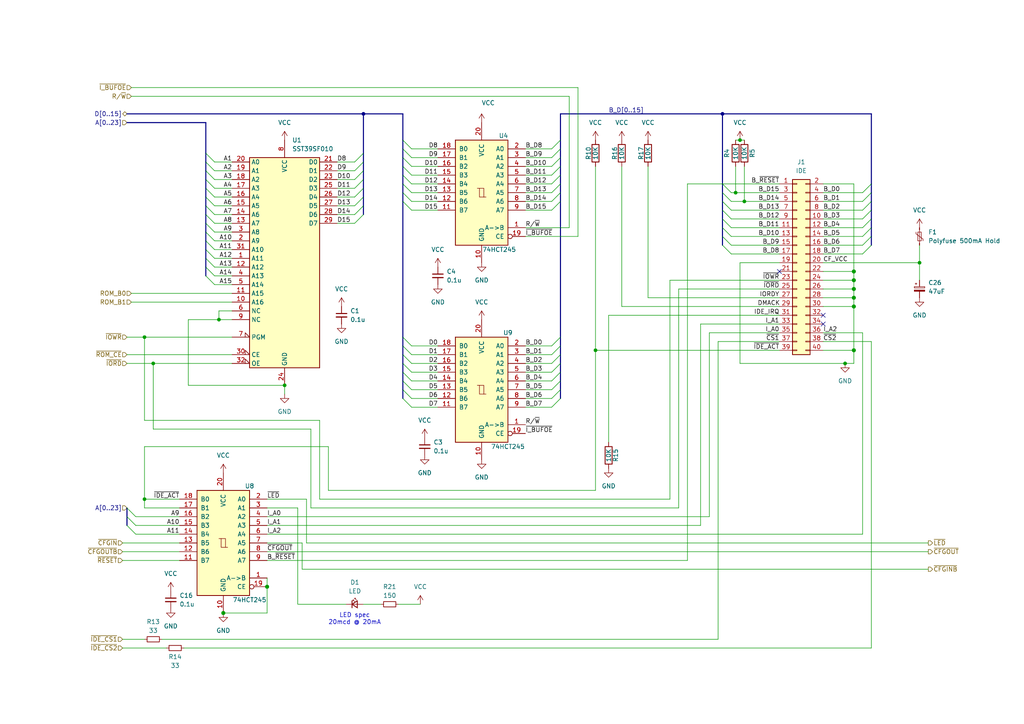
<source format=kicad_sch>
(kicad_sch (version 20231120) (generator "eeschema") (generator_version "8.0")
  (paper "A4")
  (lib_symbols
    (symbol "39SF010-TSOP:SST39SF010"
      (property "Reference" "U" (at 2.54 33.02 0))
      (property "Value" "SST39SF010" (at 0 -30.48 0))
      (symbol "SST39SF010_0_1"
        (rectangle (start -10.16 31.75) (end 10.16 -29.21) (stroke (width 0.254)) (fill (type background)))
      )
      (symbol "SST39SF010_1_1"
        (pin input line (at -15.24 2.54 0) (length 5.08) (name "A11") (number "1"))
        (pin input line (at -15.24 -10.16 0) (length 5.08) (name "A16") (number "10"))
        (pin input line (at -15.24 -7.62 0) (length 5.08) (name "A15") (number "11"))
        (pin input line (at -15.24 0 0) (length 5.08) (name "A12") (number "12"))
        (pin input line (at -15.24 12.7 0) (length 5.08) (name "A7") (number "13"))
        (pin input line (at -15.24 15.24 0) (length 5.08) (name "A6") (number "14"))
        (pin input line (at -15.24 17.78 0) (length 5.08) (name "A5") (number "15"))
        (pin input line (at -15.24 20.32 0) (length 5.08) (name "A4") (number "16"))
        (pin input line (at -15.24 22.86 0) (length 5.08) (name "A3") (number "17"))
        (pin input line (at -15.24 25.4 0) (length 5.08) (name "A2") (number "18"))
        (pin input line (at -15.24 27.94 0) (length 5.08) (name "A1") (number "19"))
        (pin input line (at -15.24 7.62 0) (length 5.08) (name "A9") (number "2"))
        (pin input line (at -15.24 30.48 0) (length 5.08) (name "A0") (number "20"))
        (pin tri_state line (at 15.24 30.48 180) (length 5.08) (name "D0") (number "21"))
        (pin tri_state line (at 15.24 27.94 180) (length 5.08) (name "D1") (number "22"))
        (pin tri_state line (at 15.24 25.4 180) (length 5.08) (name "D2") (number "23"))
        (pin power_in line (at 0 -34.29 90) (length 5.08) (name "GND") (number "24"))
        (pin tri_state line (at 15.24 22.86 180) (length 5.08) (name "D3") (number "25"))
        (pin tri_state line (at 15.24 20.32 180) (length 5.08) (name "D4") (number "26"))
        (pin tri_state line (at 15.24 17.78 180) (length 5.08) (name "D5") (number "27"))
        (pin tri_state line (at 15.24 15.24 180) (length 5.08) (name "D6") (number "28"))
        (pin tri_state line (at 15.24 12.7 180) (length 5.08) (name "D7") (number "29"))
        (pin input line (at -15.24 10.16 0) (length 5.08) (name "A8") (number "3"))
        (pin input input_low (at -15.24 -25.4 0) (length 5.08) (name "CE") (number "30"))
        (pin input line (at -15.24 5.08 0) (length 5.08) (name "A10") (number "31"))
        (pin input input_low (at -15.24 -27.94 0) (length 5.08) (name "OE") (number "32"))
        (pin input line (at -15.24 -2.54 0) (length 5.08) (name "A13") (number "4"))
        (pin input line (at -15.24 -5.08 0) (length 5.08) (name "A14") (number "5"))
        (pin input line (at -15.24 -12.7 0) (length 5.08) (name "NC") (number "6"))
        (pin input input_low (at -15.24 -20.32 0) (length 5.08) (name "PGM") (number "7"))
        (pin power_in line (at 0 36.83 270) (length 5.08) (name "VCC") (number "8"))
        (pin input line (at -15.24 -15.24 0) (length 5.08) (name "NC") (number "9"))
      )
    )
    (symbol "74xx:74HC245" (pin_names (offset 1.016))
      (property "Reference" "U" (at -7.62 16.51 0))
      (property "Value" "74HC245" (at -7.62 -16.51 0))
      (symbol "74HC245_1_0"
        (polyline (pts (xy -0.635 -1.27) (xy -0.635 1.27) (xy 0.635 1.27)))
        (polyline (pts (xy -1.27 -1.27) (xy 0.635 -1.27) (xy 0.635 1.27) (xy 1.27 1.27)))
        (pin input line (at -12.7 -10.16 0) (length 5.08) (name "A->B") (number "1"))
        (pin power_in line (at 0 -20.32 90) (length 5.08) (name "GND") (number "10"))
        (pin tri_state line (at 12.7 -5.08 180) (length 5.08) (name "B7") (number "11"))
        (pin tri_state line (at 12.7 -2.54 180) (length 5.08) (name "B6") (number "12"))
        (pin tri_state line (at 12.7 0 180) (length 5.08) (name "B5") (number "13"))
        (pin tri_state line (at 12.7 2.54 180) (length 5.08) (name "B4") (number "14"))
        (pin tri_state line (at 12.7 5.08 180) (length 5.08) (name "B3") (number "15"))
        (pin tri_state line (at 12.7 7.62 180) (length 5.08) (name "B2") (number "16"))
        (pin tri_state line (at 12.7 10.16 180) (length 5.08) (name "B1") (number "17"))
        (pin tri_state line (at 12.7 12.7 180) (length 5.08) (name "B0") (number "18"))
        (pin input inverted (at -12.7 -12.7 0) (length 5.08) (name "CE") (number "19"))
        (pin tri_state line (at -12.7 12.7 0) (length 5.08) (name "A0") (number "2"))
        (pin power_in line (at 0 20.32 270) (length 5.08) (name "VCC") (number "20"))
        (pin tri_state line (at -12.7 10.16 0) (length 5.08) (name "A1") (number "3"))
        (pin tri_state line (at -12.7 7.62 0) (length 5.08) (name "A2") (number "4"))
        (pin tri_state line (at -12.7 5.08 0) (length 5.08) (name "A3") (number "5"))
        (pin tri_state line (at -12.7 2.54 0) (length 5.08) (name "A4") (number "6"))
        (pin tri_state line (at -12.7 0 0) (length 5.08) (name "A5") (number "7"))
        (pin tri_state line (at -12.7 -2.54 0) (length 5.08) (name "A6") (number "8"))
        (pin tri_state line (at -12.7 -5.08 0) (length 5.08) (name "A7") (number "9"))
      )
      (symbol "74HC245_1_1"
        (rectangle (start -7.62 15.24) (end 7.62 -15.24) (stroke (width 0.254)) (fill (type background)))
      )
    )
    (symbol "Connector_Generic:Conn_02x20_Odd_Even" (pin_names (offset 1.016) hide)
      (property "Reference" "J" (at 1.27 25.4 0))
      (property "Value" "Conn_02x20_Odd_Even" (at 1.27 -27.94 0))
      (symbol "Conn_02x20_Odd_Even_1_1"
        (rectangle (start -1.27 -25.273) (end 0 -25.527) (stroke (width 0.1524)))
        (rectangle (start -1.27 -22.733) (end 0 -22.987) (stroke (width 0.1524)))
        (rectangle (start -1.27 -20.193) (end 0 -20.447) (stroke (width 0.1524)))
        (rectangle (start -1.27 -17.653) (end 0 -17.907) (stroke (width 0.1524)))
        (rectangle (start -1.27 -15.113) (end 0 -15.367) (stroke (width 0.1524)))
        (rectangle (start -1.27 -12.573) (end 0 -12.827) (stroke (width 0.1524)))
        (rectangle (start -1.27 -10.033) (end 0 -10.287) (stroke (width 0.1524)))
        (rectangle (start -1.27 -7.493) (end 0 -7.747) (stroke (width 0.1524)))
        (rectangle (start -1.27 -4.953) (end 0 -5.207) (stroke (width 0.1524)))
        (rectangle (start -1.27 -2.413) (end 0 -2.667) (stroke (width 0.1524)))
        (rectangle (start -1.27 0.127) (end 0 -0.127) (stroke (width 0.1524)))
        (rectangle (start -1.27 2.667) (end 0 2.413) (stroke (width 0.1524)))
        (rectangle (start -1.27 5.207) (end 0 4.953) (stroke (width 0.1524)))
        (rectangle (start -1.27 7.747) (end 0 7.493) (stroke (width 0.1524)))
        (rectangle (start -1.27 10.287) (end 0 10.033) (stroke (width 0.1524)))
        (rectangle (start -1.27 12.827) (end 0 12.573) (stroke (width 0.1524)))
        (rectangle (start -1.27 15.367) (end 0 15.113) (stroke (width 0.1524)))
        (rectangle (start -1.27 17.907) (end 0 17.653) (stroke (width 0.1524)))
        (rectangle (start -1.27 20.447) (end 0 20.193) (stroke (width 0.1524)))
        (rectangle (start -1.27 22.987) (end 0 22.733) (stroke (width 0.1524)))
        (rectangle (start -1.27 24.13) (end 3.81 -26.67) (stroke (width 0.254)) (fill (type background)))
        (rectangle (start 3.81 -25.273) (end 2.54 -25.527) (stroke (width 0.1524)))
        (rectangle (start 3.81 -22.733) (end 2.54 -22.987) (stroke (width 0.1524)))
        (rectangle (start 3.81 -20.193) (end 2.54 -20.447) (stroke (width 0.1524)))
        (rectangle (start 3.81 -17.653) (end 2.54 -17.907) (stroke (width 0.1524)))
        (rectangle (start 3.81 -15.113) (end 2.54 -15.367) (stroke (width 0.1524)))
        (rectangle (start 3.81 -12.573) (end 2.54 -12.827) (stroke (width 0.1524)))
        (rectangle (start 3.81 -10.033) (end 2.54 -10.287) (stroke (width 0.1524)))
        (rectangle (start 3.81 -7.493) (end 2.54 -7.747) (stroke (width 0.1524)))
        (rectangle (start 3.81 -4.953) (end 2.54 -5.207) (stroke (width 0.1524)))
        (rectangle (start 3.81 -2.413) (end 2.54 -2.667) (stroke (width 0.1524)))
        (rectangle (start 3.81 0.127) (end 2.54 -0.127) (stroke (width 0.1524)))
        (rectangle (start 3.81 2.667) (end 2.54 2.413) (stroke (width 0.1524)))
        (rectangle (start 3.81 5.207) (end 2.54 4.953) (stroke (width 0.1524)))
        (rectangle (start 3.81 7.747) (end 2.54 7.493) (stroke (width 0.1524)))
        (rectangle (start 3.81 10.287) (end 2.54 10.033) (stroke (width 0.1524)))
        (rectangle (start 3.81 12.827) (end 2.54 12.573) (stroke (width 0.1524)))
        (rectangle (start 3.81 15.367) (end 2.54 15.113) (stroke (width 0.1524)))
        (rectangle (start 3.81 17.907) (end 2.54 17.653) (stroke (width 0.1524)))
        (rectangle (start 3.81 20.447) (end 2.54 20.193) (stroke (width 0.1524)))
        (rectangle (start 3.81 22.987) (end 2.54 22.733) (stroke (width 0.1524)))
        (pin passive line (at -5.08 22.86 0) (length 3.81) (name "Pin_1") (number "1"))
        (pin passive line (at 7.62 12.7 180) (length 3.81) (name "Pin_10") (number "10"))
        (pin passive line (at -5.08 10.16 0) (length 3.81) (name "Pin_11") (number "11"))
        (pin passive line (at 7.62 10.16 180) (length 3.81) (name "Pin_12") (number "12"))
        (pin passive line (at -5.08 7.62 0) (length 3.81) (name "Pin_13") (number "13"))
        (pin passive line (at 7.62 7.62 180) (length 3.81) (name "Pin_14") (number "14"))
        (pin passive line (at -5.08 5.08 0) (length 3.81) (name "Pin_15") (number "15"))
        (pin passive line (at 7.62 5.08 180) (length 3.81) (name "Pin_16") (number "16"))
        (pin passive line (at -5.08 2.54 0) (length 3.81) (name "Pin_17") (number "17"))
        (pin passive line (at 7.62 2.54 180) (length 3.81) (name "Pin_18") (number "18"))
        (pin passive line (at -5.08 0 0) (length 3.81) (name "Pin_19") (number "19"))
        (pin passive line (at 7.62 22.86 180) (length 3.81) (name "Pin_2") (number "2"))
        (pin passive line (at 7.62 0 180) (length 3.81) (name "Pin_20") (number "20"))
        (pin passive line (at -5.08 -2.54 0) (length 3.81) (name "Pin_21") (number "21"))
        (pin passive line (at 7.62 -2.54 180) (length 3.81) (name "Pin_22") (number "22"))
        (pin passive line (at -5.08 -5.08 0) (length 3.81) (name "Pin_23") (number "23"))
        (pin passive line (at 7.62 -5.08 180) (length 3.81) (name "Pin_24") (number "24"))
        (pin passive line (at -5.08 -7.62 0) (length 3.81) (name "Pin_25") (number "25"))
        (pin passive line (at 7.62 -7.62 180) (length 3.81) (name "Pin_26") (number "26"))
        (pin passive line (at -5.08 -10.16 0) (length 3.81) (name "Pin_27") (number "27"))
        (pin passive line (at 7.62 -10.16 180) (length 3.81) (name "Pin_28") (number "28"))
        (pin passive line (at -5.08 -12.7 0) (length 3.81) (name "Pin_29") (number "29"))
        (pin passive line (at -5.08 20.32 0) (length 3.81) (name "Pin_3") (number "3"))
        (pin passive line (at 7.62 -12.7 180) (length 3.81) (name "Pin_30") (number "30"))
        (pin passive line (at -5.08 -15.24 0) (length 3.81) (name "Pin_31") (number "31"))
        (pin passive line (at 7.62 -15.24 180) (length 3.81) (name "Pin_32") (number "32"))
        (pin passive line (at -5.08 -17.78 0) (length 3.81) (name "Pin_33") (number "33"))
        (pin passive line (at 7.62 -17.78 180) (length 3.81) (name "Pin_34") (number "34"))
        (pin passive line (at -5.08 -20.32 0) (length 3.81) (name "Pin_35") (number "35"))
        (pin passive line (at 7.62 -20.32 180) (length 3.81) (name "Pin_36") (number "36"))
        (pin passive line (at -5.08 -22.86 0) (length 3.81) (name "Pin_37") (number "37"))
        (pin passive line (at 7.62 -22.86 180) (length 3.81) (name "Pin_38") (number "38"))
        (pin passive line (at -5.08 -25.4 0) (length 3.81) (name "Pin_39") (number "39"))
        (pin passive line (at 7.62 20.32 180) (length 3.81) (name "Pin_4") (number "4"))
        (pin passive line (at 7.62 -25.4 180) (length 3.81) (name "Pin_40") (number "40"))
        (pin passive line (at -5.08 17.78 0) (length 3.81) (name "Pin_5") (number "5"))
        (pin passive line (at 7.62 17.78 180) (length 3.81) (name "Pin_6") (number "6"))
        (pin passive line (at -5.08 15.24 0) (length 3.81) (name "Pin_7") (number "7"))
        (pin passive line (at 7.62 15.24 180) (length 3.81) (name "Pin_8") (number "8"))
        (pin passive line (at -5.08 12.7 0) (length 3.81) (name "Pin_9") (number "9"))
      )
    )
    (symbol "Device:C_Polarized_Small" (pin_numbers hide) (pin_names (offset 0.254) hide)
      (property "Reference" "C" (at 0.254 1.778 0))
      (property "Value" "C_Polarized_Small" (at 0.254 -2.032 0))
      (symbol "C_Polarized_Small_0_1"
        (rectangle (start -1.524 -0.3048) (end 1.524 -0.6858) (fill (type outline)))
        (rectangle (start -1.524 0.6858) (end 1.524 0.3048))
        (polyline (pts (xy -1.27 1.524) (xy -0.762 1.524)))
        (polyline (pts (xy -1.016 1.27) (xy -1.016 1.778)))
      )
      (symbol "C_Polarized_Small_1_1"
        (pin passive line (at 0 2.54 270) (length 1.8542) (name "~") (number "1"))
        (pin passive line (at 0 -2.54 90) (length 1.8542) (name "~") (number "2"))
      )
    )
    (symbol "Device:C_Small" (pin_numbers hide) (pin_names (offset 0.254) hide)
      (property "Reference" "C" (at 0.254 1.778 0))
      (property "Value" "C_Small" (at 0.254 -2.032 0))
      (symbol "C_Small_0_1"
        (polyline (pts (xy -1.524 -0.508) (xy 1.524 -0.508)) (stroke (width 0.3302)))
        (polyline (pts (xy -1.524 0.508) (xy 1.524 0.508)) (stroke (width 0.3048)))
      )
      (symbol "C_Small_1_1"
        (pin passive line (at 0 2.54 270) (length 2.032) (name "~") (number "1"))
        (pin passive line (at 0 -2.54 90) (length 2.032) (name "~") (number "2"))
      )
    )
    (symbol "Device:LED_Small" (pin_numbers hide) (pin_names (offset 0.254) hide)
      (property "Reference" "D" (at -1.27 3.175 0))
      (property "Value" "LED_Small" (at -4.445 -2.54 0))
      (symbol "LED_Small_0_1"
        (polyline (pts (xy -0.762 -1.016) (xy -0.762 1.016)) (stroke (width 0.254)))
        (polyline (pts (xy 1.016 0) (xy -0.762 0)))
        (polyline (pts (xy 0.762 -1.016) (xy -0.762 0) (xy 0.762 1.016) (xy 0.762 -1.016)) (stroke (width 0.254)))
        (polyline (pts (xy 0 0.762) (xy -0.508 1.27) (xy -0.254 1.27) (xy -0.508 1.27) (xy -0.508 1.016)))
        (polyline (pts (xy 0.508 1.27) (xy 0 1.778) (xy 0.254 1.778) (xy 0 1.778) (xy 0 1.524)))
      )
      (symbol "LED_Small_1_1"
        (pin passive line (at -2.54 0 0) (length 1.778) (name "K") (number "1"))
        (pin passive line (at 2.54 0 180) (length 1.778) (name "A") (number "2"))
      )
    )
    (symbol "Device:Polyfuse_Small" (pin_numbers hide) (pin_names (offset 0))
      (property "Reference" "F" (at -1.905 0 90))
      (property "Value" "Polyfuse_Small" (at 1.905 0 90))
      (symbol "Polyfuse_Small_0_1"
        (rectangle (start -0.508 1.27) (end 0.508 -1.27))
        (polyline (pts (xy 0 2.54) (xy 0 -2.54)))
        (polyline (pts (xy -1.016 1.27) (xy -1.016 0.762) (xy 1.016 -0.762) (xy 1.016 -1.27)))
      )
      (symbol "Polyfuse_Small_1_1"
        (pin passive line (at 0 2.54 270) (length 0.635) (name "~") (number "1"))
        (pin passive line (at 0 -2.54 90) (length 0.635) (name "~") (number "2"))
      )
    )
    (symbol "Device:R" (pin_numbers hide) (pin_names (offset 0))
      (property "Reference" "R" (at 2.032 0 90))
      (property "Value" "R" (at 0 0 90))
      (symbol "R_0_1"
        (rectangle (start -1.016 -2.54) (end 1.016 2.54) (stroke (width 0.254)))
      )
      (symbol "R_1_1"
        (pin passive line (at 0 3.81 270) (length 1.27) (name "~") (number "1"))
        (pin passive line (at 0 -3.81 90) (length 1.27) (name "~") (number "2"))
      )
    )
    (symbol "Device:R_Small" (pin_numbers hide) (pin_names (offset 0.254) hide)
      (property "Reference" "R" (at 0.762 0.508 0))
      (property "Value" "R_Small" (at 0.762 -1.016 0))
      (symbol "R_Small_0_1"
        (rectangle (start -0.762 1.778) (end 0.762 -1.778) (stroke (width 0.2032)))
      )
      (symbol "R_Small_1_1"
        (pin passive line (at 0 2.54 270) (length 0.762) (name "~") (number "1"))
        (pin passive line (at 0 -2.54 90) (length 0.762) (name "~") (number "2"))
      )
    )
    (symbol "power:GND" (power) (pin_names (offset 0))
      (property "Value" "GND" (at 0 -3.81 0))
      (symbol "GND_0_1"
        (polyline (pts (xy 0 0) (xy 0 -1.27) (xy 1.27 -1.27) (xy 0 -2.54) (xy -1.27 -1.27) (xy 0 -1.27)))
      )
      (symbol "GND_1_1"
        (pin power_in line (at 0 0 270) (length 0) hide (name "GND") (number "1"))
      )
    )
    (symbol "power:VCC" (power) (pin_names (offset 0))
      (property "Value" "VCC" (at 0 3.81 0))
      (symbol "VCC_0_1"
        (polyline (pts (xy -0.762 1.27) (xy 0 2.54)))
        (polyline (pts (xy 0 0) (xy 0 2.54)))
        (polyline (pts (xy 0 2.54) (xy 0.762 1.27)))
      )
      (symbol "VCC_1_1"
        (pin power_in line (at 0 0 90) (length 0) hide (name "VCC") (number "1"))
      )
    )
  )
  (junction (at 209.55 33.02))
  (junction (at 247.65 101.6) (diameter 1.016))
  (junction (at 247.65 88.9) (diameter 1.016))
  (junction (at 41.91 97.79))
  (junction (at 214.63 40.64))
  (junction (at 105.41 33.02))
  (junction (at 247.65 83.82) (diameter 1.016))
  (junction (at 82.55 111.76))
  (junction (at 41.91 144.78))
  (junction (at 247.65 81.28) (diameter 1.016))
  (junction (at 77.47 170.18) (diameter 1.016))
  (junction (at 266.7 76.2))
  (junction (at 63.5 92.71))
  (junction (at 64.77 177.8) (diameter 1.016))
  (junction (at 247.65 86.36) (diameter 1.016))
  (junction (at 44.45 105.41))
  (junction (at 245.11 105.41))
  (junction (at 172.72 101.6))
  (junction (at 213.36 55.88))
  (junction (at 215.9 58.42))
  (junction (at 247.65 78.74) (diameter 1.016))
  (no_connect (at 238.76 91.44))
  (no_connect (at 238.76 93.98))
  (no_connect (at 226.06 78.74))
  (bus_entry (at 116.84 113.03) (size 2.54 2.54))
  (bus_entry (at 116.84 53.34) (size 2.54 2.54))
  (bus_entry (at 116.84 105.41) (size 2.54 2.54))
  (bus_entry (at 59.69 62.23) (size 2.54 2.54))
  (bus_entry (at 160.02 48.26) (size 2.54 -2.54))
  (bus_entry (at 116.84 110.49) (size 2.54 2.54))
  (bus_entry (at 160.02 107.95) (size 2.54 -2.54))
  (bus_entry (at 59.69 46.99) (size 2.54 2.54))
  (bus_entry (at 160.02 102.87) (size 2.54 -2.54))
  (bus_entry (at 209.55 63.5) (size 2.54 2.54))
  (bus_entry (at 116.84 58.42) (size 2.54 2.54))
  (bus_entry (at 59.69 80.01) (size 2.54 2.54))
  (bus_entry (at 160.02 105.41) (size 2.54 -2.54))
  (bus_entry (at 105.41 54.61) (size -2.54 2.54))
  (bus_entry (at 59.69 72.39) (size 2.54 2.54))
  (bus_entry (at 59.69 77.47) (size 2.54 2.54))
  (bus_entry (at 116.84 48.26) (size 2.54 2.54))
  (bus_entry (at 160.02 113.03) (size 2.54 -2.54))
  (bus_entry (at 59.69 49.53) (size 2.54 2.54))
  (bus_entry (at 116.84 45.72) (size 2.54 2.54))
  (bus_entry (at 105.41 59.69) (size -2.54 2.54))
  (bus_entry (at 116.84 43.18) (size 2.54 2.54))
  (bus_entry (at 209.55 55.88) (size 2.54 2.54))
  (bus_entry (at 160.02 50.8) (size 2.54 -2.54))
  (bus_entry (at 116.84 100.33) (size 2.54 2.54))
  (bus_entry (at 105.41 62.23) (size -2.54 2.54))
  (bus_entry (at 116.84 97.79) (size 2.54 2.54))
  (bus_entry (at 160.02 115.57) (size 2.54 -2.54))
  (bus_entry (at 160.02 110.49) (size 2.54 -2.54))
  (bus_entry (at 160.02 58.42) (size 2.54 -2.54))
  (bus_entry (at 59.69 74.93) (size 2.54 2.54))
  (bus_entry (at 209.55 71.12) (size 2.54 2.54))
  (bus_entry (at 250.19 60.96) (size 2.54 -2.54))
  (bus_entry (at 250.19 68.58) (size 2.54 -2.54))
  (bus_entry (at 160.02 118.11) (size 2.54 -2.54))
  (bus_entry (at 250.19 73.66) (size 2.54 -2.54))
  (bus_entry (at 160.02 43.18) (size 2.54 -2.54))
  (bus_entry (at 116.84 55.88) (size 2.54 2.54))
  (bus_entry (at 160.02 53.34) (size 2.54 -2.54))
  (bus_entry (at 160.02 45.72) (size 2.54 -2.54))
  (bus_entry (at 105.41 49.53) (size -2.54 2.54))
  (bus_entry (at 160.02 55.88) (size 2.54 -2.54))
  (bus_entry (at 59.69 54.61) (size 2.54 2.54))
  (bus_entry (at 116.84 50.8) (size 2.54 2.54))
  (bus_entry (at 116.84 102.87) (size 2.54 2.54))
  (bus_entry (at 209.55 53.34) (size 2.54 2.54))
  (bus_entry (at 209.55 68.58) (size 2.54 2.54))
  (bus_entry (at 116.84 40.64) (size 2.54 2.54))
  (bus_entry (at 59.69 52.07) (size 2.54 2.54))
  (bus_entry (at 250.19 58.42) (size 2.54 -2.54))
  (bus_entry (at 160.02 100.33) (size 2.54 -2.54))
  (bus_entry (at 209.55 60.96) (size 2.54 2.54))
  (bus_entry (at 160.02 60.96) (size 2.54 -2.54))
  (bus_entry (at 59.69 57.15) (size 2.54 2.54))
  (bus_entry (at 105.41 44.45) (size -2.54 2.54))
  (bus_entry (at 36.83 152.4) (size 2.54 2.54))
  (bus_entry (at 250.19 63.5) (size 2.54 -2.54))
  (bus_entry (at 59.69 59.69) (size 2.54 2.54))
  (bus_entry (at 59.69 44.45) (size 2.54 2.54))
  (bus_entry (at 36.83 147.32) (size 2.54 2.54))
  (bus_entry (at 36.83 149.86) (size 2.54 2.54))
  (bus_entry (at 59.69 64.77) (size 2.54 2.54))
  (bus_entry (at 209.55 66.04) (size 2.54 2.54))
  (bus_entry (at 59.69 67.31) (size 2.54 2.54))
  (bus_entry (at 250.19 55.88) (size 2.54 -2.54))
  (bus_entry (at 116.84 115.57) (size 2.54 2.54))
  (bus_entry (at 59.69 69.85) (size 2.54 2.54))
  (bus_entry (at 105.41 57.15) (size -2.54 2.54))
  (bus_entry (at 105.41 52.07) (size -2.54 2.54))
  (bus_entry (at 250.19 66.04) (size 2.54 -2.54))
  (bus_entry (at 209.55 58.42) (size 2.54 2.54))
  (bus_entry (at 250.19 71.12) (size 2.54 -2.54))
  (bus_entry (at 116.84 107.95) (size 2.54 2.54))
  (bus_entry (at 105.41 46.99) (size -2.54 2.54))
  (bus (pts (xy 116.84 33.02) (xy 105.41 33.02)))
  (wire (pts (xy 152.4 100.33) (xy 160.02 100.33)))
  (bus (pts (xy 59.69 77.47) (xy 59.69 74.93)))
  (wire (pts (xy 62.23 72.39) (xy 67.31 72.39)))
  (wire (pts (xy 35.56 185.42) (xy 41.91 185.42)))
  (wire (pts (xy 212.09 63.5) (xy 226.06 63.5)))
  (bus (pts (xy 209.55 33.02) (xy 162.56 33.02)))
  (wire (pts (xy 238.76 71.12) (xy 250.19 71.12)))
  (wire (pts (xy 41.91 147.32) (xy 52.07 147.32)))
  (bus (pts (xy 59.69 64.77) (xy 59.69 62.23)))
  (bus (pts (xy 36.83 149.86) (xy 36.83 147.32)))
  (wire (pts (xy 41.91 121.92) (xy 41.91 97.79)))
  (wire (pts (xy 172.72 48.26) (xy 172.72 101.6)))
  (bus (pts (xy 209.55 60.96) (xy 209.55 58.42)))
  (wire (pts (xy 152.4 113.03) (xy 160.02 113.03)))
  (wire (pts (xy 119.38 45.72) (xy 127 45.72)))
  (wire (pts (xy 39.37 152.4) (xy 52.07 152.4)))
  (wire (pts (xy 152.4 43.18) (xy 160.02 43.18)))
  (wire (pts (xy 152.4 68.58) (xy 167.64 68.58)))
  (bus (pts (xy 162.56 97.79) (xy 162.56 58.42)))
  (wire (pts (xy 97.79 59.69) (xy 102.87 59.69)))
  (wire (pts (xy 247.65 53.34) (xy 247.65 78.74)))
  (wire (pts (xy 180.34 88.9) (xy 226.06 88.9)))
  (wire (pts (xy 215.9 48.26) (xy 215.9 58.42)))
  (bus (pts (xy 116.84 107.95) (xy 116.84 105.41)))
  (wire (pts (xy 97.79 54.61) (xy 102.87 54.61)))
  (wire (pts (xy 77.47 160.02) (xy 269.24 160.02)))
  (wire (pts (xy 199.39 53.34) (xy 199.39 162.56)))
  (bus (pts (xy 162.56 113.03) (xy 162.56 110.49)))
  (wire (pts (xy 44.45 105.41) (xy 44.45 124.46)))
  (bus (pts (xy 252.73 55.88) (xy 252.73 53.34)))
  (wire (pts (xy 77.47 154.94) (xy 250.19 154.94)))
  (wire (pts (xy 54.61 92.71) (xy 54.61 111.76)))
  (bus (pts (xy 252.73 53.34) (xy 252.73 33.02)))
  (bus (pts (xy 162.56 48.26) (xy 162.56 45.72)))
  (bus (pts (xy 209.55 68.58) (xy 209.55 66.04)))
  (wire (pts (xy 176.53 91.44) (xy 226.06 91.44)))
  (wire (pts (xy 90.17 124.46) (xy 90.17 147.32)))
  (wire (pts (xy 203.2 93.98) (xy 226.06 93.98)))
  (bus (pts (xy 162.56 45.72) (xy 162.56 43.18)))
  (wire (pts (xy 62.23 77.47) (xy 67.31 77.47)))
  (bus (pts (xy 116.84 55.88) (xy 116.84 53.34)))
  (wire (pts (xy 62.23 57.15) (xy 67.31 57.15)))
  (bus (pts (xy 105.41 46.99) (xy 105.41 44.45)))
  (bus (pts (xy 252.73 71.12) (xy 252.73 68.58)))
  (wire (pts (xy 38.1 27.94) (xy 165.1 27.94)))
  (wire (pts (xy 245.11 105.41) (xy 247.65 105.41)))
  (wire (pts (xy 119.38 100.33) (xy 127 100.33)))
  (bus (pts (xy 105.41 52.07) (xy 105.41 49.53)))
  (wire (pts (xy 88.9 144.78) (xy 88.9 157.48)))
  (bus (pts (xy 162.56 110.49) (xy 162.56 107.95)))
  (wire (pts (xy 247.65 86.36) (xy 247.65 83.82)))
  (wire (pts (xy 152.4 110.49) (xy 160.02 110.49)))
  (wire (pts (xy 119.38 105.41) (xy 127 105.41)))
  (wire (pts (xy 212.09 66.04) (xy 226.06 66.04)))
  (wire (pts (xy 35.56 160.02) (xy 52.07 160.02)))
  (wire (pts (xy 41.91 97.79) (xy 67.31 97.79)))
  (wire (pts (xy 119.38 53.34) (xy 127 53.34)))
  (wire (pts (xy 238.76 66.04) (xy 250.19 66.04)))
  (wire (pts (xy 238.76 81.28) (xy 247.65 81.28)))
  (bus (pts (xy 59.69 67.31) (xy 59.69 64.77)))
  (wire (pts (xy 194.31 144.78) (xy 194.31 81.28)))
  (wire (pts (xy 212.09 58.42) (xy 215.9 58.42)))
  (bus (pts (xy 162.56 107.95) (xy 162.56 105.41)))
  (wire (pts (xy 119.38 107.95) (xy 127 107.95)))
  (wire (pts (xy 187.96 48.26) (xy 187.96 86.36)))
  (bus (pts (xy 252.73 63.5) (xy 252.73 60.96)))
  (wire (pts (xy 152.4 118.11) (xy 160.02 118.11)))
  (wire (pts (xy 86.36 175.26) (xy 100.33 175.26)))
  (wire (pts (xy 176.53 128.27) (xy 176.53 91.44)))
  (wire (pts (xy 196.85 83.82) (xy 226.06 83.82)))
  (bus (pts (xy 252.73 58.42) (xy 252.73 55.88)))
  (wire (pts (xy 213.36 48.26) (xy 213.36 55.88)))
  (wire (pts (xy 247.65 78.74) (xy 238.76 78.74)))
  (wire (pts (xy 36.83 105.41) (xy 44.45 105.41)))
  (bus (pts (xy 105.41 49.53) (xy 105.41 46.99)))
  (bus (pts (xy 162.56 50.8) (xy 162.56 48.26)))
  (wire (pts (xy 41.91 129.54) (xy 95.25 129.54)))
  (wire (pts (xy 41.91 144.78) (xy 41.91 129.54)))
  (wire (pts (xy 62.23 80.01) (xy 67.31 80.01)))
  (bus (pts (xy 116.84 45.72) (xy 116.84 43.18)))
  (wire (pts (xy 214.63 40.64) (xy 215.9 40.64)))
  (wire (pts (xy 62.23 49.53) (xy 67.31 49.53)))
  (wire (pts (xy 38.1 25.4) (xy 167.64 25.4)))
  (wire (pts (xy 247.65 101.6) (xy 238.76 101.6)))
  (wire (pts (xy 119.38 102.87) (xy 127 102.87)))
  (wire (pts (xy 238.76 55.88) (xy 250.19 55.88)))
  (wire (pts (xy 39.37 149.86) (xy 52.07 149.86)))
  (wire (pts (xy 209.55 53.34) (xy 199.39 53.34)))
  (bus (pts (xy 36.83 35.56) (xy 59.69 35.56)))
  (wire (pts (xy 67.31 90.17) (xy 63.5 90.17)))
  (bus (pts (xy 116.84 115.57) (xy 116.84 113.03)))
  (wire (pts (xy 208.28 99.06) (xy 208.28 185.42)))
  (wire (pts (xy 90.17 147.32) (xy 196.85 147.32)))
  (wire (pts (xy 87.63 157.48) (xy 87.63 165.1)))
  (wire (pts (xy 97.79 46.99) (xy 102.87 46.99)))
  (bus (pts (xy 209.55 71.12) (xy 209.55 68.58)))
  (wire (pts (xy 152.4 50.8) (xy 160.02 50.8)))
  (bus (pts (xy 116.84 58.42) (xy 116.84 55.88)))
  (wire (pts (xy 88.9 157.48) (xy 269.24 157.48)))
  (bus (pts (xy 162.56 102.87) (xy 162.56 100.33)))
  (wire (pts (xy 212.09 55.88) (xy 213.36 55.88)))
  (wire (pts (xy 77.47 167.64) (xy 77.47 170.18)))
  (bus (pts (xy 116.84 110.49) (xy 116.84 107.95)))
  (wire (pts (xy 119.38 55.88) (xy 127 55.88)))
  (bus (pts (xy 59.69 57.15) (xy 59.69 54.61)))
  (wire (pts (xy 152.4 115.57) (xy 160.02 115.57)))
  (wire (pts (xy 212.09 68.58) (xy 226.06 68.58)))
  (bus (pts (xy 105.41 54.61) (xy 105.41 52.07)))
  (wire (pts (xy 35.56 157.48) (xy 52.07 157.48)))
  (bus (pts (xy 59.69 62.23) (xy 59.69 59.69)))
  (wire (pts (xy 36.83 97.79) (xy 41.91 97.79)))
  (wire (pts (xy 180.34 48.26) (xy 180.34 88.9)))
  (wire (pts (xy 35.56 162.56) (xy 52.07 162.56)))
  (wire (pts (xy 97.79 64.77) (xy 102.87 64.77)))
  (wire (pts (xy 194.31 81.28) (xy 226.06 81.28)))
  (wire (pts (xy 172.72 142.24) (xy 172.72 101.6)))
  (bus (pts (xy 162.56 58.42) (xy 162.56 55.88)))
  (wire (pts (xy 250.19 96.52) (xy 238.76 96.52)))
  (wire (pts (xy 63.5 92.71) (xy 67.31 92.71)))
  (wire (pts (xy 266.7 81.28) (xy 266.7 76.2)))
  (wire (pts (xy 62.23 64.77) (xy 67.31 64.77)))
  (wire (pts (xy 212.09 60.96) (xy 226.06 60.96)))
  (wire (pts (xy 62.23 46.99) (xy 67.31 46.99)))
  (wire (pts (xy 62.23 54.61) (xy 67.31 54.61)))
  (bus (pts (xy 162.56 40.64) (xy 162.56 33.02)))
  (wire (pts (xy 152.4 45.72) (xy 160.02 45.72)))
  (wire (pts (xy 63.5 92.71) (xy 54.61 92.71)))
  (wire (pts (xy 152.4 102.87) (xy 160.02 102.87)))
  (bus (pts (xy 209.55 58.42) (xy 209.55 55.88)))
  (wire (pts (xy 36.83 102.87) (xy 67.31 102.87)))
  (wire (pts (xy 247.65 81.28) (xy 247.65 78.74)))
  (wire (pts (xy 62.23 74.93) (xy 67.31 74.93)))
  (wire (pts (xy 252.73 99.06) (xy 252.73 187.96)))
  (wire (pts (xy 152.4 107.95) (xy 160.02 107.95)))
  (bus (pts (xy 105.41 57.15) (xy 105.41 54.61)))
  (bus (pts (xy 105.41 59.69) (xy 105.41 57.15)))
  (wire (pts (xy 62.23 62.23) (xy 67.31 62.23)))
  (bus (pts (xy 116.84 40.64) (xy 116.84 33.02)))
  (wire (pts (xy 119.38 58.42) (xy 127 58.42)))
  (wire (pts (xy 226.06 53.34) (xy 209.55 53.34)))
  (wire (pts (xy 62.23 82.55) (xy 67.31 82.55)))
  (wire (pts (xy 167.64 68.58) (xy 167.64 25.4)))
  (bus (pts (xy 116.84 102.87) (xy 116.84 100.33)))
  (wire (pts (xy 238.76 76.2) (xy 266.7 76.2)))
  (wire (pts (xy 212.09 71.12) (xy 226.06 71.12)))
  (wire (pts (xy 77.47 157.48) (xy 87.63 157.48)))
  (bus (pts (xy 162.56 105.41) (xy 162.56 102.87)))
  (bus (pts (xy 252.73 68.58) (xy 252.73 66.04)))
  (bus (pts (xy 116.84 50.8) (xy 116.84 48.26)))
  (bus (pts (xy 59.69 74.93) (xy 59.69 72.39)))
  (wire (pts (xy 119.38 50.8) (xy 127 50.8)))
  (wire (pts (xy 238.76 53.34) (xy 247.65 53.34)))
  (wire (pts (xy 205.74 149.86) (xy 205.74 96.52)))
  (wire (pts (xy 226.06 76.2) (xy 214.63 76.2)))
  (wire (pts (xy 105.41 175.26) (xy 110.49 175.26)))
  (wire (pts (xy 82.55 111.76) (xy 82.55 114.3)))
  (bus (pts (xy 252.73 66.04) (xy 252.73 63.5)))
  (bus (pts (xy 59.69 72.39) (xy 59.69 69.85)))
  (bus (pts (xy 59.69 69.85) (xy 59.69 67.31)))
  (wire (pts (xy 238.76 83.82) (xy 247.65 83.82)))
  (wire (pts (xy 115.57 175.26) (xy 121.92 175.26)))
  (wire (pts (xy 238.76 63.5) (xy 250.19 63.5)))
  (wire (pts (xy 215.9 58.42) (xy 226.06 58.42)))
  (bus (pts (xy 59.69 49.53) (xy 59.69 46.99)))
  (bus (pts (xy 116.84 48.26) (xy 116.84 45.72)))
  (wire (pts (xy 97.79 57.15) (xy 102.87 57.15)))
  (wire (pts (xy 52.07 144.78) (xy 41.91 144.78)))
  (wire (pts (xy 152.4 53.34) (xy 160.02 53.34)))
  (bus (pts (xy 209.55 53.34) (xy 209.55 33.02)))
  (wire (pts (xy 214.63 76.2) (xy 214.63 105.41)))
  (wire (pts (xy 266.7 71.12) (xy 266.7 76.2)))
  (bus (pts (xy 252.73 60.96) (xy 252.73 58.42)))
  (wire (pts (xy 97.79 62.23) (xy 102.87 62.23)))
  (wire (pts (xy 77.47 152.4) (xy 203.2 152.4)))
  (wire (pts (xy 247.65 83.82) (xy 247.65 81.28)))
  (wire (pts (xy 77.47 144.78) (xy 88.9 144.78)))
  (wire (pts (xy 35.56 187.96) (xy 48.26 187.96)))
  (bus (pts (xy 162.56 43.18) (xy 162.56 40.64)))
  (wire (pts (xy 152.4 60.96) (xy 160.02 60.96)))
  (wire (pts (xy 213.36 55.88) (xy 226.06 55.88)))
  (wire (pts (xy 41.91 121.92) (xy 92.71 121.92)))
  (bus (pts (xy 162.56 55.88) (xy 162.56 53.34)))
  (wire (pts (xy 250.19 154.94) (xy 250.19 96.52)))
  (wire (pts (xy 238.76 60.96) (xy 250.19 60.96)))
  (wire (pts (xy 62.23 59.69) (xy 67.31 59.69)))
  (wire (pts (xy 77.47 149.86) (xy 205.74 149.86)))
  (wire (pts (xy 187.96 86.36) (xy 226.06 86.36)))
  (bus (pts (xy 59.69 80.01) (xy 59.69 77.47)))
  (bus (pts (xy 36.83 33.02) (xy 105.41 33.02)))
  (wire (pts (xy 77.47 170.18) (xy 77.47 177.8)))
  (wire (pts (xy 238.76 86.36) (xy 247.65 86.36)))
  (wire (pts (xy 64.77 177.8) (xy 77.47 177.8)))
  (wire (pts (xy 97.79 49.53) (xy 102.87 49.53)))
  (bus (pts (xy 116.84 97.79) (xy 116.84 58.42)))
  (wire (pts (xy 119.38 113.03) (xy 127 113.03)))
  (wire (pts (xy 247.65 101.6) (xy 247.65 105.41)))
  (wire (pts (xy 87.63 165.1) (xy 269.24 165.1)))
  (wire (pts (xy 205.74 96.52) (xy 226.06 96.52)))
  (wire (pts (xy 226.06 99.06) (xy 208.28 99.06)))
  (wire (pts (xy 44.45 124.46) (xy 90.17 124.46)))
  (wire (pts (xy 77.47 147.32) (xy 86.36 147.32)))
  (wire (pts (xy 152.4 48.26) (xy 160.02 48.26)))
  (wire (pts (xy 212.09 73.66) (xy 226.06 73.66)))
  (wire (pts (xy 38.1 87.63) (xy 67.31 87.63)))
  (bus (pts (xy 105.41 44.45) (xy 105.41 33.02)))
  (wire (pts (xy 119.38 115.57) (xy 127 115.57)))
  (wire (pts (xy 54.61 111.76) (xy 82.55 111.76)))
  (bus (pts (xy 105.41 62.23) (xy 105.41 59.69)))
  (bus (pts (xy 59.69 54.61) (xy 59.69 52.07)))
  (bus (pts (xy 59.69 59.69) (xy 59.69 57.15)))
  (bus (pts (xy 162.56 53.34) (xy 162.56 50.8)))
  (wire (pts (xy 119.38 118.11) (xy 127 118.11)))
  (bus (pts (xy 209.55 63.5) (xy 209.55 60.96)))
  (wire (pts (xy 62.23 52.07) (xy 67.31 52.07)))
  (wire (pts (xy 238.76 88.9) (xy 247.65 88.9)))
  (wire (pts (xy 119.38 48.26) (xy 127 48.26)))
  (wire (pts (xy 238.76 68.58) (xy 250.19 68.58)))
  (wire (pts (xy 62.23 67.31) (xy 67.31 67.31)))
  (bus (pts (xy 116.84 43.18) (xy 116.84 40.64)))
  (wire (pts (xy 95.25 142.24) (xy 172.72 142.24)))
  (bus (pts (xy 59.69 52.07) (xy 59.69 49.53)))
  (wire (pts (xy 238.76 99.06) (xy 252.73 99.06)))
  (wire (pts (xy 46.99 185.42) (xy 208.28 185.42)))
  (bus (pts (xy 116.84 113.03) (xy 116.84 110.49)))
  (wire (pts (xy 38.1 85.09) (xy 67.31 85.09)))
  (wire (pts (xy 92.71 144.78) (xy 92.71 121.92)))
  (bus (pts (xy 209.55 66.04) (xy 209.55 63.5)))
  (bus (pts (xy 116.84 53.34) (xy 116.84 50.8)))
  (bus (pts (xy 116.84 105.41) (xy 116.84 102.87)))
  (wire (pts (xy 152.4 105.41) (xy 160.02 105.41)))
  (wire (pts (xy 86.36 147.32) (xy 86.36 175.26)))
  (wire (pts (xy 41.91 144.78) (xy 41.91 147.32)))
  (wire (pts (xy 53.34 187.96) (xy 252.73 187.96)))
  (wire (pts (xy 196.85 147.32) (xy 196.85 83.82)))
  (wire (pts (xy 238.76 58.42) (xy 250.19 58.42)))
  (wire (pts (xy 199.39 162.56) (xy 77.47 162.56)))
  (wire (pts (xy 95.25 129.54) (xy 95.25 142.24)))
  (bus (pts (xy 116.84 100.33) (xy 116.84 97.79)))
  (wire (pts (xy 172.72 101.6) (xy 226.06 101.6)))
  (bus (pts (xy 162.56 115.57) (xy 162.56 113.03)))
  (bus (pts (xy 36.83 152.4) (xy 36.83 149.86)))
  (wire (pts (xy 63.5 90.17) (xy 63.5 92.71)))
  (wire (pts (xy 213.36 40.64) (xy 214.63 40.64)))
  (wire (pts (xy 165.1 66.04) (xy 165.1 27.94)))
  (wire (pts (xy 238.76 73.66) (xy 250.19 73.66)))
  (wire (pts (xy 214.63 105.41) (xy 245.11 105.41)))
  (wire (pts (xy 119.38 60.96) (xy 127 60.96)))
  (wire (pts (xy 203.2 152.4) (xy 203.2 93.98)))
  (wire (pts (xy 247.65 88.9) (xy 247.65 101.6)))
  (bus (pts (xy 162.56 100.33) (xy 162.56 97.79)))
  (wire (pts (xy 119.38 110.49) (xy 127 110.49)))
  (wire (pts (xy 62.23 69.85) (xy 67.31 69.85)))
  (bus (pts (xy 209.55 55.88) (xy 209.55 53.34)))
  (bus (pts (xy 59.69 44.45) (xy 59.69 35.56)))
  (wire (pts (xy 194.31 144.78) (xy 92.71 144.78)))
  (wire (pts (xy 97.79 52.07) (xy 102.87 52.07)))
  (wire (pts (xy 119.38 43.18) (xy 127 43.18)))
  (wire (pts (xy 152.4 66.04) (xy 165.1 66.04)))
  (wire (pts (xy 44.45 105.41) (xy 67.31 105.41)))
  (wire (pts (xy 152.4 58.42) (xy 160.02 58.42)))
  (bus (pts (xy 252.73 33.02) (xy 209.55 33.02)))
  (bus (pts (xy 59.69 46.99) (xy 59.69 44.45)))
  (wire (pts (xy 39.37 154.94) (xy 52.07 154.94)))
  (wire (pts (xy 247.65 88.9) (xy 247.65 86.36)))
  (wire (pts (xy 152.4 55.88) (xy 160.02 55.88)))
  (text "LED spec\n20mcd @ 20mA" (at 102.87 179.578 0) (effects (font (size 1.27 1.27))))
  (label "B_D15" (at 226.06 55.88 180))
  (label "B_D15" (at 152.4 60.96 0))
  (label "D0" (at 127 100.33 180))
  (label "I_A0" (at 77.47 149.86 0))
  (label "D10" (at 127 48.26 180))
  (label "~{I_BUFOE}" (at 152.4 68.58 0))
  (label "B_D5" (at 152.4 113.03 0))
  (label "~{IORD}" (at 226.06 83.82 180))
  (label "A9" (at 67.31 67.31 180))
  (label "D1" (at 127 102.87 180))
  (label "B_D8" (at 226.06 73.66 180))
  (label "I_A1" (at 77.47 152.4 0))
  (label "A14" (at 67.31 80.01 180))
  (label "CF_VCC" (at 238.76 76.2 0))
  (label "A4" (at 67.31 54.61 180))
  (label "I_A2" (at 238.76 96.52 0))
  (label "D13" (at 97.79 59.69 0))
  (label "A2" (at 67.31 49.53 180))
  (label "D13" (at 127 55.88 180))
  (label "D2" (at 127 105.41 180))
  (label "~{LED}" (at 77.47 144.78 0))
  (label "B_D11" (at 152.4 50.8 0))
  (label "B_D6" (at 152.4 115.57 0))
  (label "D9" (at 127 45.72 180))
  (label "B_D3" (at 238.76 63.5 0))
  (label "D12" (at 127 53.34 180))
  (label "B_D10" (at 152.4 48.26 0))
  (label "A5" (at 67.31 57.15 180))
  (label "B_D10" (at 226.06 68.58 180))
  (label "B_D3" (at 152.4 107.95 0))
  (label "A12" (at 67.31 74.93 180))
  (label "B_D2" (at 152.4 105.41 0))
  (label "DMACK" (at 219.71 88.9 0))
  (label "I_A2" (at 77.47 154.94 0))
  (label "B_D11" (at 226.06 66.04 180))
  (label "B_D14" (at 226.06 58.42 180))
  (label "A13" (at 67.31 77.47 180))
  (label "A6" (at 67.31 59.69 180))
  (label "D11" (at 127 50.8 180))
  (label "~{I_BUFOE}" (at 152.4 125.73 0))
  (label "A11" (at 67.31 72.39 180))
  (label "D15" (at 97.79 64.77 0))
  (label "B_~{RESET}" (at 77.47 162.56 0))
  (label "A9" (at 52.07 149.86 180))
  (label "D14" (at 127 58.42 180))
  (label "IDE_IRQ" (at 226.06 91.44 180))
  (label "B_D0" (at 238.76 55.88 0))
  (label "D9" (at 97.79 49.53 0))
  (label "B_D12" (at 226.06 63.5 180))
  (label "I_A0" (at 226.06 96.52 180))
  (label "A3" (at 67.31 52.07 180))
  (label "B_D6" (at 238.76 71.12 0))
  (label "D4" (at 127 110.49 180))
  (label "A1" (at 67.31 46.99 180))
  (label "A11" (at 52.07 154.94 180))
  (label "D14" (at 97.79 62.23 0))
  (label "D12" (at 97.79 57.15 0))
  (label "~{IDE_ACT}" (at 226.06 101.6 180))
  (label "D8" (at 127 43.18 180))
  (label "B_D8" (at 152.4 43.18 0))
  (label "D15" (at 127 60.96 180))
  (label "B_D4" (at 238.76 66.04 0))
  (label "D5" (at 127 113.03 180))
  (label "B_D0" (at 152.4 100.33 0))
  (label "A15" (at 67.31 82.55 180))
  (label "B_D1" (at 152.4 102.87 0))
  (label "IORDY" (at 226.06 86.36 180))
  (label "B_D5" (at 238.76 68.58 0))
  (label "~{CS1}" (at 226.06 99.06 180))
  (label "~{CFGOUT}" (at 77.47 160.02 0))
  (label "A10" (at 52.07 152.4 180))
  (label "B_D13" (at 152.4 55.88 0))
  (label "B_D9" (at 226.06 71.12 180))
  (label "B_D9" (at 152.4 45.72 0))
  (label "R{slash}~{W}" (at 152.4 123.19 0))
  (label "D7" (at 127 118.11 180))
  (label "D10" (at 97.79 52.07 0))
  (label "D8" (at 97.79 46.99 0))
  (label "D6" (at 127 115.57 180))
  (label "B_D12" (at 152.4 53.34 0))
  (label "B_D14" (at 152.4 58.42 0))
  (label "B_D7" (at 238.76 73.66 0))
  (label "D3" (at 127 107.95 180))
  (label "A8" (at 67.31 64.77 180))
  (label "B_D4" (at 152.4 110.49 0))
  (label "~{IOWR}" (at 226.06 81.28 180))
  (label "B_D13" (at 226.06 60.96 180))
  (label "D11" (at 97.79 54.61 0))
  (label "~{IDE_ACT}" (at 52.07 144.78 180))
  (label "B_D1" (at 238.76 58.42 0))
  (label "R{slash}~{W}" (at 152.4 66.04 0))
  (label "B_D7" (at 152.4 118.11 0))
  (label "~{CS2}" (at 238.76 99.06 0))
  (label "B_D[0..15]" (at 176.53 33.02 0))
  (label "I_A1" (at 226.06 93.98 180))
  (label "B_D2" (at 238.76 60.96 0))
  (label "A10" (at 67.31 69.85 180))
  (label "B_~{RESET}" (at 226.06 53.34 180))
  (label "A7" (at 67.31 62.23 180))
  (hierarchical_label "~{ROM_CE}" (shape input) (at 36.83 102.87 180))
  (hierarchical_label "~{I_BUFOE}" (shape input) (at 38.1 25.4 180))
  (hierarchical_label "ROM_B1" (shape input) (at 38.1 87.63 180))
  (hierarchical_label "R{slash}~{W}" (shape input) (at 38.1 27.94 180))
  (hierarchical_label "~{CFGOUT}" (shape output) (at 269.24 160.02 0))
  (hierarchical_label "~{IDE_CS2}" (shape input) (at 35.56 187.96 180))
  (hierarchical_label "~{LED}" (shape output) (at 269.24 157.48 0))
  (hierarchical_label "~{IDE_CS1}" (shape input) (at 35.56 185.42 180))
  (hierarchical_label "~{IORD}" (shape input) (at 36.83 105.41 180))
  (hierarchical_label "A[0..23]" (shape input) (at 36.83 147.32 180))
  (hierarchical_label "~{CFGINB}" (shape output) (at 269.24 165.1 0))
  (hierarchical_label "D[0..15]" (shape bidirectional) (at 36.83 33.02 180))
  (hierarchical_label "A[0..23]" (shape input) (at 36.83 35.56 180))
  (hierarchical_label "~{IOWR}" (shape input) (at 36.83 97.79 180))
  (hierarchical_label "ROM_B0" (shape input) (at 38.1 85.09 180))
  (hierarchical_label "~{CFGIN}" (shape input) (at 35.56 157.48 180))
  (hierarchical_label "~{CFGOUTB}" (shape input) (at 35.56 160.02 180))
  (hierarchical_label "~{RESET}" (shape input) (at 35.56 162.56 180))
  (symbol (lib_id "power:GND") (at 139.7 133.35 0) (unit 1)
    (property "Reference" "#PWR037" (effects (hide yes)))
    (property "Value" "GND" (at 139.7 138.43 0))
  )
  (symbol (lib_id "power:VCC") (at 214.63 40.64 0) (unit 1)
    (property "Reference" "#PWR039" (effects (hide yes)))
    (property "Value" "VCC" (at 214.63 35.56 0))
  )
  (symbol (lib_id "Device:C_Small") (at 99.06 91.44 0) (unit 1)
    (property "Reference" "C1" (at 101.6 90.1699 0) (effects (justify left)))
    (property "Value" "0.1u" (at 101.6 92.7099 0) (effects (justify left)))
    (property "Footprint" "Capacitor_SMD:C_0603_1608Metric" (effects (hide yes)))
    (property "LCSC #" "C14663" (effects (hide yes)))
    (property "Mouser #" "80-C603C104K5RAC3121" (effects (hide yes)))
  )
  (symbol (lib_id "Device:R") (at 176.53 132.08 0) (unit 1)
    (property "Reference" "R15" (at 178.562 132.08 90))
    (property "Value" "10K" (at 176.53 132.08 90))
    (property "Footprint" "Resistor_SMD:R_0603_1608Metric" (effects (hide yes)))
    (property "LCSC #" "C25804" (effects (hide yes)))
    (property "Mouser #" "279-CRGH0603J10K" (effects (hide yes)))
  )
  (symbol (lib_id "power:GND") (at 127 82.55 0) (unit 1)
    (property "Reference" "#PWR031" (effects (hide yes)))
    (property "Value" "GND" (at 127 87.63 0))
  )
  (symbol (lib_id "Device:R_Small") (at 50.8 187.96 270) (mirror x) (unit 1)
    (property "Reference" "R14" (at 50.8 190.5 90))
    (property "Value" "33" (at 50.8 193.04 90))
    (property "Footprint" "Resistor_SMD:R_0603_1608Metric" (effects (hide yes)))
    (property "Description" "Resistor, small symbol" (effects (hide yes)))
    (property "LCSC #" "C23140" (effects (hide yes)))
    (property "Mouser #" "279-CRG0603F33R" (effects (hide yes)))
  )
  (symbol (lib_id "Device:Polyfuse_Small") (at 266.7 68.58 0) (unit 1)
    (property "Reference" "F1" (at 269.24 67.3099 0) (effects (justify left)))
    (property "Value" "Polyfuse 500mA Hold" (at 269.24 69.8499 0) (effects (justify left)))
    (property "Footprint" "Fuse:Fuse_1206_3216Metric_Pad1.42x1.75mm_HandSolder" (effects (hide yes)))
    (property "Mouser #" "576-1206L110-16WR" (effects (hide yes)))
  )
  (symbol (lib_id "power:VCC") (at 123.19 127 0) (unit 1)
    (property "Reference" "#PWR032" (effects (hide yes)))
    (property "Value" "VCC" (at 123.19 121.92 0))
  )
  (symbol (lib_id "power:GND") (at 123.19 132.08 0) (unit 1)
    (property "Reference" "#PWR033" (effects (hide yes)))
    (property "Value" "GND" (at 123.19 137.16 0))
  )
  (symbol (lib_id "74xx:74HC245") (at 139.7 113.03 0) (mirror y) (unit 1)
    (property "Reference" "U9" (at 147.32 96.52 0))
    (property "Value" "74HCT245" (at 147.32 129.54 0))
    (property "Footprint" "Package_SO:TSSOP-20_4.4x6.5mm_P0.65mm" (effects (hide yes)))
    (property "Datasheet" "http://www.ti.com/lit/gpn/sn74HC245" (effects (hide yes)))
    (property "LCSC #" "C6779" (effects (hide yes)))
    (property "Mouser #" "595-SN74HCT245PWR" (effects (hide yes)))
  )
  (symbol (lib_id "Device:R") (at 180.34 44.45 180) (unit 1)
    (property "Reference" "R16" (at 178.308 44.45 90))
    (property "Value" "10K" (at 180.34 44.45 90))
    (property "Footprint" "Resistor_SMD:R_0603_1608Metric" (effects (hide yes)))
    (property "LCSC #" "C25804" (effects (hide yes)))
    (property "Mouser #" "279-CRGH0603J10K" (effects (hide yes)))
  )
  (symbol (lib_id "Connector_Generic:Conn_02x20_Odd_Even") (at 231.14 76.2 0) (unit 1)
    (property "Reference" "J1" (at 232.41 46.99 0))
    (property "Value" "IDE" (at 232.41 49.53 0))
    (property "Footprint" "Connector_IDC:IDC-Header_2x20_P2.54mm_Vertical" (effects (hide yes)))
    (property "Mouser #" "737-BHR-40-VUA" (effects (hide yes)))
  )
  (symbol (lib_id "power:VCC") (at 266.7 66.04 0) (unit 1)
    (property "Reference" "#PWR044" (effects (hide yes)))
    (property "Value" "VCC" (at 266.7 60.96 0))
  )
  (symbol (lib_id "Device:C_Small") (at 123.19 129.54 0) (unit 1)
    (property "Reference" "C3" (at 125.73 128.2699 0) (effects (justify left)))
    (property "Value" "0.1u" (at 125.73 130.8099 0) (effects (justify left)))
    (property "Footprint" "Capacitor_SMD:C_0603_1608Metric" (effects (hide yes)))
    (property "LCSC #" "C14663" (effects (hide yes)))
    (property "Mouser #" "80-C603C104K5RAC3121" (effects (hide yes)))
  )
  (symbol (lib_id "power:VCC") (at 172.72 40.64 0) (unit 1)
    (property "Reference" "#PWR038" (effects (hide yes)))
    (property "Value" "VCC" (at 172.72 35.56 0))
  )
  (symbol (lib_id "74xx:74HC245") (at 139.7 55.88 0) (mirror y) (unit 1)
    (property "Reference" "U4" (at 146.05 39.37 0))
    (property "Value" "74HCT245" (at 144.78 72.39 0))
    (property "Footprint" "Package_SO:TSSOP-20_4.4x6.5mm_P0.65mm" (effects (hide yes)))
    (property "Datasheet" "http://www.ti.com/lit/gpn/sn74HC245" (effects (hide yes)))
    (property "LCSC #" "C6779" (effects (hide yes)))
    (property "Mouser #" "595-SN74HCT245PWR" (effects (hide yes)))
  )
  (symbol (lib_id "power:VCC") (at 139.7 35.56 0) (unit 1)
    (property "Reference" "#PWR034" (effects (hide yes)))
    (property "Value" "VCC" (at 141.605 29.845 0))
  )
  (symbol (lib_id "Device:R_Small") (at 44.45 185.42 270) (mirror x) (unit 1)
    (property "Reference" "R13" (at 44.45 180.34 90))
    (property "Value" "33" (at 44.45 182.88 90))
    (property "Footprint" "Resistor_SMD:R_0603_1608Metric" (effects (hide yes)))
    (property "Description" "Resistor, small symbol" (effects (hide yes)))
    (property "LCSC #" "C23140" (effects (hide yes)))
    (property "Mouser #" "279-CRG0603F33R" (effects (hide yes)))
  )
  (symbol (lib_id "power:GND") (at 82.55 114.3 0) (unit 1)
    (property "Reference" "#PWR029" (effects (hide yes)))
    (property "Value" "GND" (at 82.55 119.38 0))
  )
  (symbol (lib_id "power:GND") (at 99.06 93.98 0) (unit 1)
    (property "Reference" "#PWR025" (effects (hide yes)))
    (property "Value" "GND" (at 99.06 99.06 0))
  )
  (symbol (lib_id "power:VCC") (at 127 77.47 0) (unit 1)
    (property "Reference" "#PWR030" (effects (hide yes)))
    (property "Value" "VCC" (at 127 72.39 0))
  )
  (symbol (lib_id "power:GND") (at 266.7 86.36 0) (unit 1)
    (property "Reference" "#PWR06" (effects (hide yes)))
    (property "Value" "GND" (at 266.7 91.44 0))
  )
  (symbol (lib_id "power:VCC") (at 139.7 92.71 0) (unit 1)
    (property "Reference" "#PWR036" (effects (hide yes)))
    (property "Value" "VCC" (at 139.7 87.63 0))
  )
  (symbol (lib_id "power:VCC") (at 82.55 40.64 0) (unit 1)
    (property "Reference" "#PWR028" (effects (hide yes)))
    (property "Value" "VCC" (at 82.55 35.56 0))
  )
  (symbol (lib_id "power:GND") (at 64.77 177.8 0) (unit 1)
    (property "Reference" "#PWR027" (effects (hide yes)))
    (property "Value" "GND" (at 64.77 182.88 0))
  )
  (symbol (lib_id "power:VCC") (at 64.77 137.16 0) (unit 1)
    (property "Reference" "#PWR026" (effects (hide yes)))
    (property "Value" "VCC" (at 64.77 132.08 0))
  )
  (symbol (lib_id "power:GND") (at 139.7 76.2 0) (unit 1)
    (property "Reference" "#PWR035" (effects (hide yes)))
    (property "Value" "GND" (at 139.7 81.28 0))
  )
  (symbol (lib_id "Device:R_Small") (at 113.03 175.26 90) (unit 1)
    (property "Reference" "R21" (at 113.03 170.18 90))
    (property "Value" "150" (at 113.03 172.72 90))
    (property "Footprint" "Resistor_SMD:R_0603_1608Metric" (effects (hide yes)))
    (property "Description" "Resistor, small symbol" (effects (hide yes)))
    (property "LCSC #" "C22808" (effects (hide yes)))
    (property "Mouser #" "279-CRGP0603F150R" (effects (hide yes)))
  )
  (symbol (lib_id "power:VCC") (at 99.06 88.9 0) (unit 1)
    (property "Reference" "#PWR017" (effects (hide yes)))
    (property "Value" "VCC" (at 99.06 83.82 0))
  )
  (symbol (lib_id "Device:C_Small") (at 127 80.01 0) (unit 1)
    (property "Reference" "C4" (at 129.54 78.7462 0) (effects (justify left)))
    (property "Value" "0.1u" (at 129.54 81.2862 0) (effects (justify left)))
    (property "Footprint" "Capacitor_SMD:C_0603_1608Metric" (effects (hide yes)))
    (property "LCSC #" "C14663" (effects (hide yes)))
    (property "Mouser #" "80-C603C104K5RAC3121" (effects (hide yes)))
  )
  (symbol (lib_id "Device:R") (at 172.72 44.45 180) (unit 1)
    (property "Reference" "R10" (at 170.688 44.45 90))
    (property "Value" "10K" (at 172.72 44.45 90))
    (property "Footprint" "Resistor_SMD:R_0603_1608Metric" (effects (hide yes)))
    (property "LCSC #" "C25804" (effects (hide yes)))
    (property "Mouser #" "279-CRGH0603J10K" (effects (hide yes)))
  )
  (symbol (lib_id "power:GND") (at 245.11 105.41 0) (unit 1)
    (property "Reference" "#PWR043" (effects (hide yes)))
    (property "Value" "GND" (at 245.11 110.49 0))
  )
  (symbol (lib_id "Device:C_Small") (at 49.53 173.99 0) (unit 1)
    (property "Reference" "C16" (at 52.07 172.7199 0) (effects (justify left)))
    (property "Value" "0.1u" (at 52.07 175.2599 0) (effects (justify left)))
    (property "Footprint" "Capacitor_SMD:C_0603_1608Metric" (effects (hide yes)))
    (property "LCSC #" "C14663" (effects (hide yes)))
    (property "Mouser #" "80-C603C104K5RAC3121" (effects (hide yes)))
  )
  (symbol (lib_id "39SF010-TSOP:SST39SF010") (at 82.55 77.47 0) (unit 1)
    (property "Reference" "U1" (at 84.7441 40.64 0) (effects (justify left)))
    (property "Value" "SST39SF010" (at 84.7441 43.18 0) (effects (justify left)))
    (property "Footprint" "Package_SO:TSOP-I-32_11.8x8mm_P0.5mm" (effects (hide yes)))
    (property "Datasheet" "http://ww1.microchip.com/downloads/en/DeviceDoc/25022B.pdf" (effects (hide yes)))
    (property "Description" "Silicon Storage Technology (SSF) 128k x 8 Flash ROM" (effects (hide yes)))
    (property "Mouser #" "579-SST39010A554CWHE" (effects (hide yes)))
  )
  (symbol (lib_id "Device:R") (at 215.9 44.45 0) (mirror x) (unit 1)
    (property "Reference" "R5" (at 218.186 44.45 90))
    (property "Value" "10K" (at 215.9 44.45 90))
    (property "Footprint" "Resistor_SMD:R_0603_1608Metric" (effects (hide yes)))
    (property "LCSC #" "C25804" (effects (hide yes)))
    (property "Mouser #" "279-CRGH0603J10K" (effects (hide yes)))
  )
  (symbol (lib_id "Device:R") (at 213.36 44.45 0) (mirror x) (unit 1)
    (property "Reference" "R4" (at 210.82 44.45 90))
    (property "Value" "10K" (at 213.36 44.45 90))
    (property "Footprint" "Resistor_SMD:R_0603_1608Metric" (effects (hide yes)))
    (property "LCSC #" "C25804" (effects (hide yes)))
    (property "Mouser #" "279-CRGH0603J10K" (effects (hide yes)))
  )
  (symbol (lib_id "power:VCC") (at 49.53 171.45 0) (unit 1)
    (property "Reference" "#PWR01" (effects (hide yes)))
    (property "Value" "VCC" (at 49.53 166.37 0))
  )
  (symbol (lib_id "power:VCC") (at 121.92 175.26 0) (unit 1)
    (property "Reference" "#PWR040" (effects (hide yes)))
    (property "Value" "VCC" (at 121.92 170.18 0))
  )
  (symbol (lib_id "power:GND") (at 176.53 135.89 0) (unit 1)
    (property "Reference" "#PWR064" (effects (hide yes)))
    (property "Value" "GND" (at 176.53 140.97 0))
  )
  (symbol (lib_id "power:VCC") (at 187.96 40.64 0) (unit 1)
    (property "Reference" "#PWR042" (effects (hide yes)))
    (property "Value" "VCC" (at 187.96 35.56 0))
  )
  (symbol (lib_id "Device:LED_Small") (at 102.87 175.26 0) (unit 1)
    (property "Reference" "D1" (at 102.9335 168.91 0))
    (property "Value" "LED" (at 102.9335 171.45 0))
    (property "Footprint" "LED_SMD:LED_0603_1608Metric" (effects (hide yes)))
    (property "Description" "Light emitting diode, small symbol" (effects (hide yes)))
    (property "LCSC #" "C136120" (effects (hide yes)))
    (property "Mouser #" "696-SML-LX0603GW" (effects (hide yes)))
  )
  (symbol (lib_id "Device:R") (at 187.96 44.45 180) (unit 1)
    (property "Reference" "R17" (at 185.928 44.45 90))
    (property "Value" "10K" (at 187.96 44.45 90))
    (property "Footprint" "Resistor_SMD:R_0603_1608Metric" (effects (hide yes)))
    (property "LCSC #" "C25804" (effects (hide yes)))
    (property "Mouser #" "279-CRGH0603J10K" (effects (hide yes)))
  )
  (symbol (lib_id "Device:C_Polarized_Small") (at 266.7 83.82 0) (unit 1)
    (property "Reference" "C26" (at 269.24 82.0038 0) (effects (justify left)))
    (property "Value" "47uF" (at 269.24 84.5438 0) (effects (justify left)))
    (property "Footprint" "Capacitor_Tantalum_SMD:CP_EIA-3216-18_Kemet-A_Pad1.58x1.35mm_HandSolder" (effects (hide yes)))
    (property "Description" "Polarized capacitor, small symbol" (effects (hide yes)))
    (property "LCSC #" "C193224" (effects (hide yes)))
    (property "Mouser #" "80-T490A476M10ATE1K" (effects (hide yes)))
  )
  (symbol (lib_id "power:VCC") (at 180.34 40.64 0) (unit 1)
    (property "Reference" "#PWR07" (effects (hide yes)))
    (property "Value" "VCC" (at 180.34 35.56 0))
  )
  (symbol (lib_id "74xx:74HC245") (at 64.77 157.48 0) (mirror y) (unit 1)
    (property "Reference" "U8" (at 72.39 140.97 0))
    (property "Value" "74HCT245" (at 72.39 173.99 0))
    (property "Footprint" "Package_SO:TSSOP-20_4.4x6.5mm_P0.65mm" (effects (hide yes)))
    (property "Datasheet" "http://www.ti.com/lit/gpn/sn74HC245" (effects (hide yes)))
    (property "LCSC #" "C6779" (effects (hide yes)))
    (property "Mouser #" "595-SN74HCT245PWR" (effects (hide yes)))
  )
  (symbol (lib_id "power:GND") (at 49.53 176.53 0) (unit 1)
    (property "Reference" "#PWR015" (effects (hide yes)))
    (property "Value" "GND" (at 49.53 181.61 0))
  )
)
</source>
